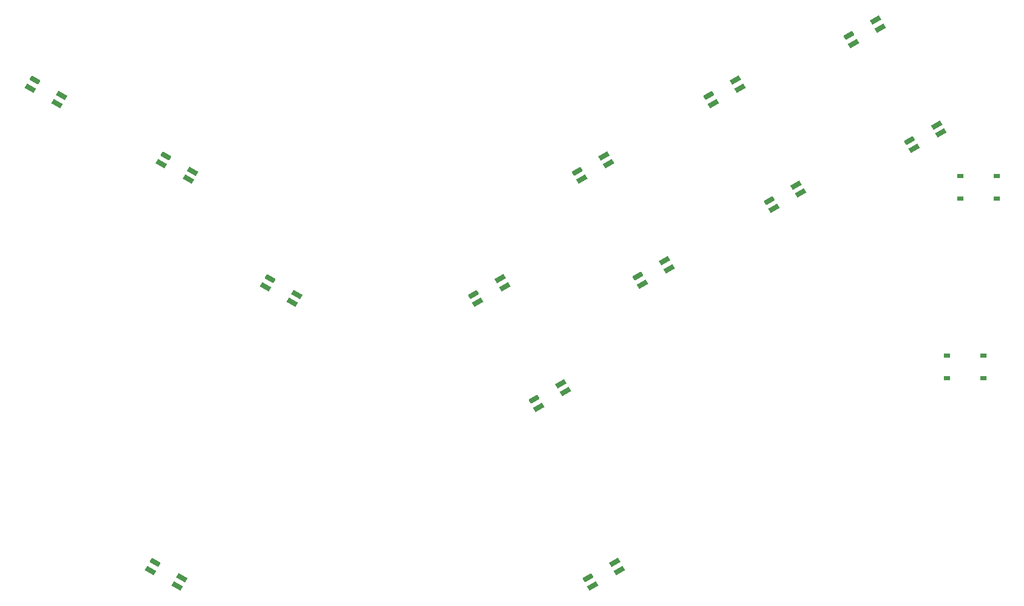
<source format=gbp>
%TF.GenerationSoftware,KiCad,Pcbnew,7.0.2*%
%TF.CreationDate,2023-06-18T21:29:01+09:00*%
%TF.ProjectId,mana-board-kicad,6d616e61-2d62-46f6-9172-642d6b696361,rev?*%
%TF.SameCoordinates,Original*%
%TF.FileFunction,Paste,Bot*%
%TF.FilePolarity,Positive*%
%FSLAX46Y46*%
G04 Gerber Fmt 4.6, Leading zero omitted, Abs format (unit mm)*
G04 Created by KiCad (PCBNEW 7.0.2) date 2023-06-18 21:29:01*
%MOMM*%
%LPD*%
G01*
G04 APERTURE LIST*
G04 Aperture macros list*
%AMRoundRect*
0 Rectangle with rounded corners*
0 $1 Rounding radius*
0 $2 $3 $4 $5 $6 $7 $8 $9 X,Y pos of 4 corners*
0 Add a 4 corners polygon primitive as box body*
4,1,4,$2,$3,$4,$5,$6,$7,$8,$9,$2,$3,0*
0 Add four circle primitives for the rounded corners*
1,1,$1+$1,$2,$3*
1,1,$1+$1,$4,$5*
1,1,$1+$1,$6,$7*
1,1,$1+$1,$8,$9*
0 Add four rect primitives between the rounded corners*
20,1,$1+$1,$2,$3,$4,$5,0*
20,1,$1+$1,$4,$5,$6,$7,0*
20,1,$1+$1,$6,$7,$8,$9,0*
20,1,$1+$1,$8,$9,$2,$3,0*%
%AMRotRect*
0 Rectangle, with rotation*
0 The origin of the aperture is its center*
0 $1 length*
0 $2 width*
0 $3 Rotation angle, in degrees counterclockwise*
0 Add horizontal line*
21,1,$1,$2,0,0,$3*%
G04 Aperture macros list end*
%ADD10RotRect,1.700000X0.820000X210.000000*%
%ADD11RoundRect,0.205000X0.456086X0.500035X-0.661086X-0.144965X-0.456086X-0.500035X0.661086X0.144965X0*%
%ADD12R,1.000000X0.750000*%
%ADD13RotRect,1.700000X0.820000X150.000000*%
%ADD14RoundRect,0.205000X0.661086X-0.144965X-0.456086X0.500035X-0.661086X0.144965X0.456086X-0.500035X0*%
G04 APERTURE END LIST*
D10*
%TO.C,D13*%
X183784460Y-144320670D03*
X183034460Y-143021632D03*
D11*
X178617730Y-145571632D03*
D10*
X179367730Y-146870670D03*
%TD*%
%TO.C,D7*%
X203647730Y-64725440D03*
X202897730Y-63426402D03*
D11*
X198481000Y-65976402D03*
D10*
X199231000Y-67275440D03*
%TD*%
%TO.C,D5*%
X164846459Y-97519669D03*
X164096459Y-96220631D03*
D11*
X159679729Y-98770631D03*
D10*
X160429729Y-100069669D03*
%TD*%
%TO.C,D10*%
X191997094Y-94545948D03*
X191247094Y-93246910D03*
D11*
X186830364Y-95796910D03*
D10*
X187580364Y-97095948D03*
%TD*%
%TO.C,D9*%
X174846459Y-114840177D03*
X174096459Y-113541139D03*
D11*
X169679729Y-116091139D03*
D10*
X170429729Y-117390177D03*
%TD*%
%TO.C,D8*%
X226798366Y-54823516D03*
X226048366Y-53524478D03*
D11*
X221631636Y-56074478D03*
D10*
X222381636Y-57373516D03*
%TD*%
%TO.C,D6*%
X181997094Y-77225439D03*
X181247094Y-75926401D03*
D11*
X176830364Y-78476401D03*
D10*
X177580364Y-79775439D03*
%TD*%
D12*
%TO.C,BOOTSEL1*%
X246000000Y-79250000D03*
X240000000Y-79250000D03*
X246000000Y-83000000D03*
X240000000Y-83000000D03*
%TD*%
D10*
%TO.C,D11*%
X213647730Y-82045948D03*
X212897730Y-80746910D03*
D11*
X208481000Y-83296910D03*
D10*
X209231000Y-84595948D03*
%TD*%
D13*
%TO.C,D4*%
X129833364Y-100069670D03*
X130583364Y-98770632D03*
D14*
X126166634Y-96220632D03*
D13*
X125416634Y-97519670D03*
%TD*%
D10*
%TO.C,D12*%
X236798365Y-72144025D03*
X236048365Y-70844987D03*
D11*
X231631635Y-73394987D03*
D10*
X232381635Y-74694025D03*
%TD*%
D13*
%TO.C,D3*%
X112682730Y-79775440D03*
X113432730Y-78476402D03*
D14*
X109016000Y-75926402D03*
D13*
X108266000Y-77225440D03*
%TD*%
D12*
%TO.C,RESET1*%
X243750000Y-108875000D03*
X237750000Y-108875000D03*
X243750000Y-112625000D03*
X237750000Y-112625000D03*
%TD*%
D13*
%TO.C,D1*%
X91032095Y-67275440D03*
X91782095Y-65976402D03*
D14*
X87365365Y-63426402D03*
D13*
X86615365Y-64725440D03*
%TD*%
%TO.C,D2*%
X110895542Y-146870940D03*
X111645542Y-145571902D03*
D14*
X107228812Y-143021902D03*
D13*
X106478812Y-144320940D03*
%TD*%
M02*

</source>
